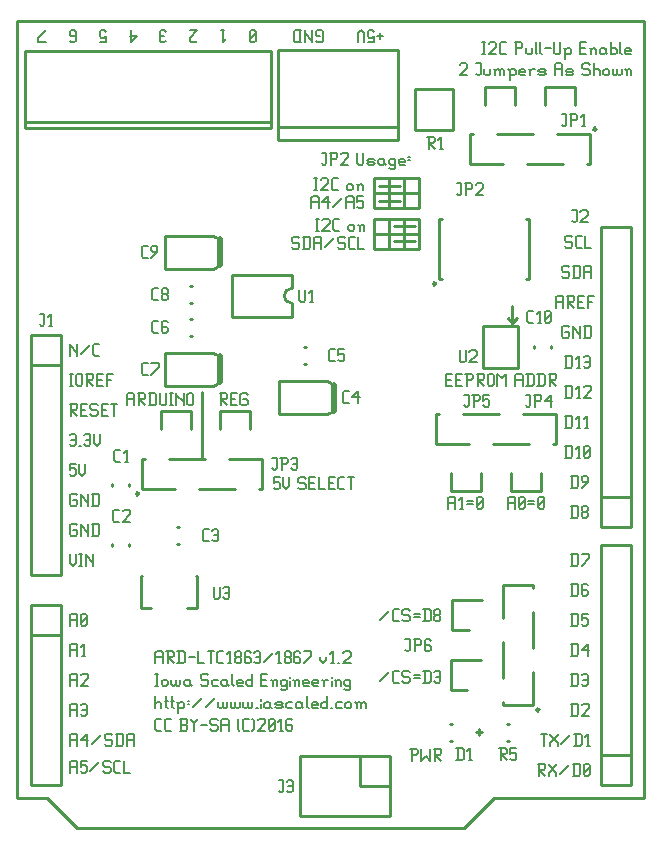
<source format=gbr>
G04 start of page 8 for group -4079 idx -4079 *
G04 Title: (unknown), topsilk *
G04 Creator: pcb 20140316 *
G04 CreationDate: Wed 30 Mar 2016 07:43:05 PM GMT UTC *
G04 For: ndholmes *
G04 Format: Gerber/RS-274X *
G04 PCB-Dimensions (mil): 2100.00 2700.00 *
G04 PCB-Coordinate-Origin: lower left *
%MOIN*%
%FSLAX25Y25*%
%LNTOPSILK*%
%ADD67C,0.0200*%
%ADD66C,0.0080*%
%ADD65C,0.0100*%
G54D65*X209500Y269500D02*Y10500D01*
X145000Y113000D02*Y119000D01*
X155000D02*Y113000D01*
X145000D02*X155000D01*
X165000D02*Y119000D01*
X175000D02*Y113000D01*
X165000D02*X175000D01*
X153500Y32500D02*X155500D01*
X154500Y33500D02*Y31500D01*
X500Y269500D02*X209500D01*
X48500Y139500D02*X58500D01*
X156500Y247500D02*X166500D01*
Y241500D01*
X176500D02*Y247500D01*
X186500D01*
Y241500D01*
X156500D02*Y247500D01*
X119500Y207100D02*X134500D01*
X121000Y214600D02*X128000D01*
X121000Y209600D02*X128000D01*
X134500Y203600D02*Y193600D01*
X129500Y203600D02*Y193600D01*
X126000Y201100D02*X133000D01*
X126000Y196100D02*X133000D01*
X124500Y203600D02*Y193600D01*
X119500Y203600D02*Y193600D01*
X500Y10500D02*Y269500D01*
X68000Y133500D02*Y139500D01*
X78000D02*Y133500D01*
X68000Y139500D02*X78000D01*
X62000Y146000D02*Y123500D01*
X48500Y133500D02*Y139500D01*
X58500D02*Y133500D01*
X165500Y169000D02*Y174500D01*
Y169000D02*X164000Y170500D01*
X165500Y169000D02*X167000Y170500D01*
X134500Y212100D02*X119500D01*
Y217100D02*X134500D01*
Y207100D01*
X129500Y217100D02*Y207100D01*
X119500Y193600D02*X134500D01*
Y198600D02*X119500D01*
X124500Y217100D02*Y207100D01*
X119500Y217100D02*Y207100D01*
Y203600D02*X134500D01*
X20500Y500D02*X10500Y10500D01*
X149500Y500D02*X20500D01*
X500Y10500D02*X10500D01*
X209500D02*X159500D01*
X149500Y500D01*
X151000Y66500D02*X145500D01*
Y76500D01*
X155500D01*
X150500Y46500D02*X145000D01*
Y56500D01*
X155000D01*
G54D66*X18000Y22500D02*Y19000D01*
Y22500D02*X18500Y23000D01*
X20000D01*
X20500Y22500D01*
Y19000D01*
X18000Y21000D02*X20500D01*
X21700Y23000D02*X23700D01*
X21700D02*Y21000D01*
X22200Y21500D01*
X23200D01*
X23700Y21000D01*
Y19500D01*
X23200Y19000D02*X23700Y19500D01*
X22200Y19000D02*X23200D01*
X21700Y19500D02*X22200Y19000D01*
X24900Y19500D02*X27900Y22500D01*
X31100Y23000D02*X31600Y22500D01*
X29600Y23000D02*X31100D01*
X29100Y22500D02*X29600Y23000D01*
X29100Y22500D02*Y21500D01*
X29600Y21000D01*
X31100D01*
X31600Y20500D01*
Y19500D01*
X31100Y19000D02*X31600Y19500D01*
X29600Y19000D02*X31100D01*
X29100Y19500D02*X29600Y19000D01*
X33300D02*X34800D01*
X32800Y19500D02*X33300Y19000D01*
X32800Y22500D02*Y19500D01*
Y22500D02*X33300Y23000D01*
X34800D01*
X36000D02*Y19000D01*
X38000D01*
X18000Y31500D02*Y28000D01*
Y31500D02*X18500Y32000D01*
X20000D01*
X20500Y31500D01*
Y28000D01*
X18000Y30000D02*X20500D01*
X21700D02*X23700Y32000D01*
X21700Y30000D02*X24200D01*
X23700Y32000D02*Y28000D01*
X25400Y28500D02*X28400Y31500D01*
X31600Y32000D02*X32100Y31500D01*
X30100Y32000D02*X31600D01*
X29600Y31500D02*X30100Y32000D01*
X29600Y31500D02*Y30500D01*
X30100Y30000D01*
X31600D01*
X32100Y29500D01*
Y28500D01*
X31600Y28000D02*X32100Y28500D01*
X30100Y28000D02*X31600D01*
X29600Y28500D02*X30100Y28000D01*
X33800Y32000D02*Y28000D01*
X35300Y32000D02*X35800Y31500D01*
Y28500D01*
X35300Y28000D02*X35800Y28500D01*
X33300Y28000D02*X35300D01*
X33300Y32000D02*X35300D01*
X37000Y31500D02*Y28000D01*
Y31500D02*X37500Y32000D01*
X39000D01*
X39500Y31500D01*
Y28000D01*
X37000Y30000D02*X39500D01*
X18000Y41500D02*Y38000D01*
Y41500D02*X18500Y42000D01*
X20000D01*
X20500Y41500D01*
Y38000D01*
X18000Y40000D02*X20500D01*
X21700Y41500D02*X22200Y42000D01*
X23200D01*
X23700Y41500D01*
Y38500D01*
X23200Y38000D02*X23700Y38500D01*
X22200Y38000D02*X23200D01*
X21700Y38500D02*X22200Y38000D01*
Y40000D02*X23700D01*
X18000Y51500D02*Y48000D01*
Y51500D02*X18500Y52000D01*
X20000D01*
X20500Y51500D01*
Y48000D01*
X18000Y50000D02*X20500D01*
X21700Y51500D02*X22200Y52000D01*
X23700D01*
X24200Y51500D01*
Y50500D01*
X21700Y48000D02*X24200Y50500D01*
X21700Y48000D02*X24200D01*
X18000Y61500D02*Y58000D01*
Y61500D02*X18500Y62000D01*
X20000D01*
X20500Y61500D01*
Y58000D01*
X18000Y60000D02*X20500D01*
X22200Y58000D02*X23200D01*
X22700Y62000D02*Y58000D01*
X21700Y61000D02*X22700Y62000D01*
X18000Y71500D02*Y68000D01*
Y71500D02*X18500Y72000D01*
X20000D01*
X20500Y71500D01*
Y68000D01*
X18000Y70000D02*X20500D01*
X21700Y68500D02*X22200Y68000D01*
X21700Y71500D02*Y68500D01*
Y71500D02*X22200Y72000D01*
X23200D01*
X23700Y71500D01*
Y68500D01*
X23200Y68000D02*X23700Y68500D01*
X22200Y68000D02*X23200D01*
X21700Y69000D02*X23700Y71000D01*
X18000Y92000D02*Y89000D01*
X19000Y88000D01*
X20000Y89000D01*
Y92000D02*Y89000D01*
X21200Y92000D02*X22200D01*
X21700D02*Y88000D01*
X21200D02*X22200D01*
X23400Y92000D02*Y88000D01*
Y92000D02*Y91500D01*
X25900Y89000D01*
Y92000D02*Y88000D01*
X20000Y102000D02*X20500Y101500D01*
X18500Y102000D02*X20000D01*
X18000Y101500D02*X18500Y102000D01*
X18000Y101500D02*Y98500D01*
X18500Y98000D01*
X20000D01*
X20500Y98500D01*
Y99500D02*Y98500D01*
X20000Y100000D02*X20500Y99500D01*
X19000Y100000D02*X20000D01*
X21700Y102000D02*Y98000D01*
Y102000D02*Y101500D01*
X24200Y99000D01*
Y102000D02*Y98000D01*
X25900Y102000D02*Y98000D01*
X27400Y102000D02*X27900Y101500D01*
Y98500D01*
X27400Y98000D02*X27900Y98500D01*
X25400Y98000D02*X27400D01*
X25400Y102000D02*X27400D01*
X20000Y112000D02*X20500Y111500D01*
X18500Y112000D02*X20000D01*
X18000Y111500D02*X18500Y112000D01*
X18000Y111500D02*Y108500D01*
X18500Y108000D01*
X20000D01*
X20500Y108500D01*
Y109500D02*Y108500D01*
X20000Y110000D02*X20500Y109500D01*
X19000Y110000D02*X20000D01*
X21700Y112000D02*Y108000D01*
Y112000D02*Y111500D01*
X24200Y109000D01*
Y112000D02*Y108000D01*
X25900Y112000D02*Y108000D01*
X27400Y112000D02*X27900Y111500D01*
Y108500D01*
X27400Y108000D02*X27900Y108500D01*
X25400Y108000D02*X27400D01*
X25400Y112000D02*X27400D01*
X185500Y108000D02*Y104000D01*
X187000Y108000D02*X187500Y107500D01*
Y104500D01*
X187000Y104000D02*X187500Y104500D01*
X185000Y104000D02*X187000D01*
X185000Y108000D02*X187000D01*
X188700Y104500D02*X189200Y104000D01*
X188700Y105500D02*Y104500D01*
Y105500D02*X189200Y106000D01*
X190200D01*
X190700Y105500D01*
Y104500D01*
X190200Y104000D02*X190700Y104500D01*
X189200Y104000D02*X190200D01*
X188700Y106500D02*X189200Y106000D01*
X188700Y107500D02*Y106500D01*
Y107500D02*X189200Y108000D01*
X190200D01*
X190700Y107500D01*
Y106500D01*
X190200Y106000D02*X190700Y106500D01*
X183500Y138000D02*Y134000D01*
X185000Y138000D02*X185500Y137500D01*
Y134500D01*
X185000Y134000D02*X185500Y134500D01*
X183000Y134000D02*X185000D01*
X183000Y138000D02*X185000D01*
X187200Y134000D02*X188200D01*
X187700Y138000D02*Y134000D01*
X186700Y137000D02*X187700Y138000D01*
X189900Y134000D02*X190900D01*
X190400Y138000D02*Y134000D01*
X189400Y137000D02*X190400Y138000D01*
X183500Y128000D02*Y124000D01*
X185000Y128000D02*X185500Y127500D01*
Y124500D01*
X185000Y124000D02*X185500Y124500D01*
X183000Y124000D02*X185000D01*
X183000Y128000D02*X185000D01*
X187200Y124000D02*X188200D01*
X187700Y128000D02*Y124000D01*
X186700Y127000D02*X187700Y128000D01*
X189400Y124500D02*X189900Y124000D01*
X189400Y127500D02*Y124500D01*
Y127500D02*X189900Y128000D01*
X190900D01*
X191400Y127500D01*
Y124500D01*
X190900Y124000D02*X191400Y124500D01*
X189900Y124000D02*X190900D01*
X189400Y125000D02*X191400Y127000D01*
X185500Y118000D02*Y114000D01*
X187000Y118000D02*X187500Y117500D01*
Y114500D01*
X187000Y114000D02*X187500Y114500D01*
X185000Y114000D02*X187000D01*
X185000Y118000D02*X187000D01*
X188700Y114000D02*X190700Y116000D01*
Y117500D02*Y116000D01*
X190200Y118000D02*X190700Y117500D01*
X189200Y118000D02*X190200D01*
X188700Y117500D02*X189200Y118000D01*
X188700Y117500D02*Y116500D01*
X189200Y116000D01*
X190700D01*
X185500Y52000D02*Y48000D01*
X187000Y52000D02*X187500Y51500D01*
Y48500D01*
X187000Y48000D02*X187500Y48500D01*
X185000Y48000D02*X187000D01*
X185000Y52000D02*X187000D01*
X188700Y51500D02*X189200Y52000D01*
X190200D01*
X190700Y51500D01*
Y48500D01*
X190200Y48000D02*X190700Y48500D01*
X189200Y48000D02*X190200D01*
X188700Y48500D02*X189200Y48000D01*
Y50000D02*X190700D01*
X185500Y62000D02*Y58000D01*
X187000Y62000D02*X187500Y61500D01*
Y58500D01*
X187000Y58000D02*X187500Y58500D01*
X185000Y58000D02*X187000D01*
X185000Y62000D02*X187000D01*
X188700Y60000D02*X190700Y62000D01*
X188700Y60000D02*X191200D01*
X190700Y62000D02*Y58000D01*
X121500Y49500D02*X124500Y52500D01*
X126200Y49000D02*X127700D01*
X125700Y49500D02*X126200Y49000D01*
X125700Y52500D02*Y49500D01*
Y52500D02*X126200Y53000D01*
X127700D01*
X130900D02*X131400Y52500D01*
X129400Y53000D02*X130900D01*
X128900Y52500D02*X129400Y53000D01*
X128900Y52500D02*Y51500D01*
X129400Y51000D01*
X130900D01*
X131400Y50500D01*
Y49500D01*
X130900Y49000D02*X131400Y49500D01*
X129400Y49000D02*X130900D01*
X128900Y49500D02*X129400Y49000D01*
X132600Y51500D02*X134600D01*
X132600Y50500D02*X134600D01*
X136300Y53000D02*Y49000D01*
X137800Y53000D02*X138300Y52500D01*
Y49500D01*
X137800Y49000D02*X138300Y49500D01*
X135800Y49000D02*X137800D01*
X135800Y53000D02*X137800D01*
X139500Y52500D02*X140000Y53000D01*
X141000D01*
X141500Y52500D01*
Y49500D01*
X141000Y49000D02*X141500Y49500D01*
X140000Y49000D02*X141000D01*
X139500Y49500D02*X140000Y49000D01*
Y51000D02*X141500D01*
X185500Y42000D02*Y38000D01*
X187000Y42000D02*X187500Y41500D01*
Y38500D01*
X187000Y38000D02*X187500Y38500D01*
X185000Y38000D02*X187000D01*
X185000Y42000D02*X187000D01*
X188700Y41500D02*X189200Y42000D01*
X190700D01*
X191200Y41500D01*
Y40500D01*
X188700Y38000D02*X191200Y40500D01*
X188700Y38000D02*X191200D01*
X174000Y22000D02*X176000D01*
X176500Y21500D01*
Y20500D01*
X176000Y20000D02*X176500Y20500D01*
X174500Y20000D02*X176000D01*
X174500Y22000D02*Y18000D01*
Y20000D02*X176500Y18000D01*
X177700Y22000D02*Y21500D01*
X180200Y19000D01*
Y18000D01*
X177700Y19000D02*Y18000D01*
Y19000D02*X180200Y21500D01*
Y22000D02*Y21500D01*
X181400Y18500D02*X184400Y21500D01*
X186100Y22000D02*Y18000D01*
X187600Y22000D02*X188100Y21500D01*
Y18500D01*
X187600Y18000D02*X188100Y18500D01*
X185600Y18000D02*X187600D01*
X185600Y22000D02*X187600D01*
X189300Y18500D02*X189800Y18000D01*
X189300Y21500D02*Y18500D01*
Y21500D02*X189800Y22000D01*
X190800D01*
X191300Y21500D01*
Y18500D01*
X190800Y18000D02*X191300Y18500D01*
X189800Y18000D02*X190800D01*
X189300Y19000D02*X191300Y21000D01*
X175000Y32000D02*X177000D01*
X176000D02*Y28000D01*
X178200Y32000D02*Y31500D01*
X180700Y29000D01*
Y28000D01*
X178200Y29000D02*Y28000D01*
Y29000D02*X180700Y31500D01*
Y32000D02*Y31500D01*
X181900Y28500D02*X184900Y31500D01*
X186600Y32000D02*Y28000D01*
X188100Y32000D02*X188600Y31500D01*
Y28500D01*
X188100Y28000D02*X188600Y28500D01*
X186100Y28000D02*X188100D01*
X186100Y32000D02*X188100D01*
X190300Y28000D02*X191300D01*
X190800Y32000D02*Y28000D01*
X189800Y31000D02*X190800Y32000D01*
X132000Y27000D02*Y23000D01*
X131500Y27000D02*X133500D01*
X134000Y26500D01*
Y25500D01*
X133500Y25000D02*X134000Y25500D01*
X132000Y25000D02*X133500D01*
X135200Y27000D02*Y23000D01*
X136700Y24500D01*
X138200Y23000D01*
Y27000D02*Y23000D01*
X139400Y27000D02*X141400D01*
X141900Y26500D01*
Y25500D01*
X141400Y25000D02*X141900Y25500D01*
X139900Y25000D02*X141400D01*
X139900Y27000D02*Y23000D01*
Y25000D02*X141900Y23000D01*
X185500Y92000D02*Y88000D01*
X187000Y92000D02*X187500Y91500D01*
Y88500D01*
X187000Y88000D02*X187500Y88500D01*
X185000Y88000D02*X187000D01*
X185000Y92000D02*X187000D01*
X188700Y88000D02*X191200Y90500D01*
Y92000D02*Y90500D01*
X188700Y92000D02*X191200D01*
X144000Y110500D02*Y107000D01*
Y110500D02*X144500Y111000D01*
X146000D01*
X146500Y110500D01*
Y107000D01*
X144000Y109000D02*X146500D01*
X148200Y107000D02*X149200D01*
X148700Y111000D02*Y107000D01*
X147700Y110000D02*X148700Y111000D01*
X150400Y109500D02*X152400D01*
X150400Y108500D02*X152400D01*
X153600Y107500D02*X154100Y107000D01*
X153600Y110500D02*Y107500D01*
Y110500D02*X154100Y111000D01*
X155100D01*
X155600Y110500D01*
Y107500D01*
X155100Y107000D02*X155600Y107500D01*
X154100Y107000D02*X155100D01*
X153600Y108000D02*X155600Y110000D01*
X164000Y110500D02*Y107000D01*
Y110500D02*X164500Y111000D01*
X166000D01*
X166500Y110500D01*
Y107000D01*
X164000Y109000D02*X166500D01*
X167700Y107500D02*X168200Y107000D01*
X167700Y110500D02*Y107500D01*
Y110500D02*X168200Y111000D01*
X169200D01*
X169700Y110500D01*
Y107500D01*
X169200Y107000D02*X169700Y107500D01*
X168200Y107000D02*X169200D01*
X167700Y108000D02*X169700Y110000D01*
X170900Y109500D02*X172900D01*
X170900Y108500D02*X172900D01*
X174100Y107500D02*X174600Y107000D01*
X174100Y110500D02*Y107500D01*
Y110500D02*X174600Y111000D01*
X175600D01*
X176100Y110500D01*
Y107500D01*
X175600Y107000D02*X176100Y107500D01*
X174600Y107000D02*X175600D01*
X174100Y108000D02*X176100Y110000D01*
X143500Y150000D02*X145000D01*
X143500Y148000D02*X145500D01*
X143500Y152000D02*Y148000D01*
Y152000D02*X145500D01*
X146700Y150000D02*X148200D01*
X146700Y148000D02*X148700D01*
X146700Y152000D02*Y148000D01*
Y152000D02*X148700D01*
X150400D02*Y148000D01*
X149900Y152000D02*X151900D01*
X152400Y151500D01*
Y150500D01*
X151900Y150000D02*X152400Y150500D01*
X150400Y150000D02*X151900D01*
X153600Y152000D02*X155600D01*
X156100Y151500D01*
Y150500D01*
X155600Y150000D02*X156100Y150500D01*
X154100Y150000D02*X155600D01*
X154100Y152000D02*Y148000D01*
Y150000D02*X156100Y148000D01*
X157300Y151500D02*Y148500D01*
Y151500D02*X157800Y152000D01*
X158800D01*
X159300Y151500D01*
Y148500D01*
X158800Y148000D02*X159300Y148500D01*
X157800Y148000D02*X158800D01*
X157300Y148500D02*X157800Y148000D01*
X160500Y152000D02*Y148000D01*
Y152000D02*X162000Y150500D01*
X163500Y152000D01*
Y148000D01*
X166500Y151500D02*Y148000D01*
Y151500D02*X167000Y152000D01*
X168500D01*
X169000Y151500D01*
Y148000D01*
X166500Y150000D02*X169000D01*
X170700Y152000D02*Y148000D01*
X172200Y152000D02*X172700Y151500D01*
Y148500D01*
X172200Y148000D02*X172700Y148500D01*
X170200Y148000D02*X172200D01*
X170200Y152000D02*X172200D01*
X174400D02*Y148000D01*
X175900Y152000D02*X176400Y151500D01*
Y148500D01*
X175900Y148000D02*X176400Y148500D01*
X173900Y148000D02*X175900D01*
X173900Y152000D02*X175900D01*
X177600D02*X179600D01*
X180100Y151500D01*
Y150500D01*
X179600Y150000D02*X180100Y150500D01*
X178100Y150000D02*X179600D01*
X178100Y152000D02*Y148000D01*
Y150000D02*X180100Y148000D01*
X170000Y145000D02*X171500D01*
Y141500D01*
X171000Y141000D02*X171500Y141500D01*
X170500Y141000D02*X171000D01*
X170000Y141500D02*X170500Y141000D01*
X173200Y145000D02*Y141000D01*
X172700Y145000D02*X174700D01*
X175200Y144500D01*
Y143500D01*
X174700Y143000D02*X175200Y143500D01*
X173200Y143000D02*X174700D01*
X176400D02*X178400Y145000D01*
X176400Y143000D02*X178900D01*
X178400Y145000D02*Y141000D01*
X149500Y145000D02*X151000D01*
Y141500D01*
X150500Y141000D02*X151000Y141500D01*
X150000Y141000D02*X150500D01*
X149500Y141500D02*X150000Y141000D01*
X152700Y145000D02*Y141000D01*
X152200Y145000D02*X154200D01*
X154700Y144500D01*
Y143500D01*
X154200Y143000D02*X154700Y143500D01*
X152700Y143000D02*X154200D01*
X155900Y145000D02*X157900D01*
X155900D02*Y143000D01*
X156400Y143500D01*
X157400D01*
X157900Y143000D01*
Y141500D01*
X157400Y141000D02*X157900Y141500D01*
X156400Y141000D02*X157400D01*
X155900Y141500D02*X156400Y141000D01*
X185500Y82000D02*Y78000D01*
X187000Y82000D02*X187500Y81500D01*
Y78500D01*
X187000Y78000D02*X187500Y78500D01*
X185000Y78000D02*X187000D01*
X185000Y82000D02*X187000D01*
X190200D02*X190700Y81500D01*
X189200Y82000D02*X190200D01*
X188700Y81500D02*X189200Y82000D01*
X188700Y81500D02*Y78500D01*
X189200Y78000D01*
X190200Y80000D02*X190700Y79500D01*
X188700Y80000D02*X190200D01*
X189200Y78000D02*X190200D01*
X190700Y78500D01*
Y79500D02*Y78500D01*
X185500Y72000D02*Y68000D01*
X187000Y72000D02*X187500Y71500D01*
Y68500D01*
X187000Y68000D02*X187500Y68500D01*
X185000Y68000D02*X187000D01*
X185000Y72000D02*X187000D01*
X188700D02*X190700D01*
X188700D02*Y70000D01*
X189200Y70500D01*
X190200D01*
X190700Y70000D01*
Y68500D01*
X190200Y68000D02*X190700Y68500D01*
X189200Y68000D02*X190200D01*
X188700Y68500D02*X189200Y68000D01*
X121500Y70000D02*X124500Y73000D01*
X126200Y69500D02*X127700D01*
X125700Y70000D02*X126200Y69500D01*
X125700Y73000D02*Y70000D01*
Y73000D02*X126200Y73500D01*
X127700D01*
X130900D02*X131400Y73000D01*
X129400Y73500D02*X130900D01*
X128900Y73000D02*X129400Y73500D01*
X128900Y73000D02*Y72000D01*
X129400Y71500D01*
X130900D01*
X131400Y71000D01*
Y70000D01*
X130900Y69500D02*X131400Y70000D01*
X129400Y69500D02*X130900D01*
X128900Y70000D02*X129400Y69500D01*
X132600Y72000D02*X134600D01*
X132600Y71000D02*X134600D01*
X136300Y73500D02*Y69500D01*
X137800Y73500D02*X138300Y73000D01*
Y70000D01*
X137800Y69500D02*X138300Y70000D01*
X135800Y69500D02*X137800D01*
X135800Y73500D02*X137800D01*
X139500Y70000D02*X140000Y69500D01*
X139500Y71000D02*Y70000D01*
Y71000D02*X140000Y71500D01*
X141000D01*
X141500Y71000D01*
Y70000D01*
X141000Y69500D02*X141500Y70000D01*
X140000Y69500D02*X141000D01*
X139500Y72000D02*X140000Y71500D01*
X139500Y73000D02*Y72000D01*
Y73000D02*X140000Y73500D01*
X141000D01*
X141500Y73000D01*
Y72000D01*
X141000Y71500D02*X141500Y72000D01*
X18000Y122000D02*X20000D01*
X18000D02*Y120000D01*
X18500Y120500D01*
X19500D01*
X20000Y120000D01*
Y118500D01*
X19500Y118000D02*X20000Y118500D01*
X18500Y118000D02*X19500D01*
X18000Y118500D02*X18500Y118000D01*
X21200Y122000D02*Y119000D01*
X22200Y118000D01*
X23200Y119000D01*
Y122000D02*Y119000D01*
X86000Y117500D02*X88000D01*
X86000D02*Y115500D01*
X86500Y116000D01*
X87500D01*
X88000Y115500D01*
Y114000D01*
X87500Y113500D02*X88000Y114000D01*
X86500Y113500D02*X87500D01*
X86000Y114000D02*X86500Y113500D01*
X89200Y117500D02*Y114500D01*
X90200Y113500D01*
X91200Y114500D01*
Y117500D02*Y114500D01*
X96200Y117500D02*X96700Y117000D01*
X94700Y117500D02*X96200D01*
X94200Y117000D02*X94700Y117500D01*
X94200Y117000D02*Y116000D01*
X94700Y115500D01*
X96200D01*
X96700Y115000D01*
Y114000D01*
X96200Y113500D02*X96700Y114000D01*
X94700Y113500D02*X96200D01*
X94200Y114000D02*X94700Y113500D01*
X97900Y115500D02*X99400D01*
X97900Y113500D02*X99900D01*
X97900Y117500D02*Y113500D01*
Y117500D02*X99900D01*
X101100D02*Y113500D01*
X103100D01*
X104300Y115500D02*X105800D01*
X104300Y113500D02*X106300D01*
X104300Y117500D02*Y113500D01*
Y117500D02*X106300D01*
X108000Y113500D02*X109500D01*
X107500Y114000D02*X108000Y113500D01*
X107500Y117000D02*Y114000D01*
Y117000D02*X108000Y117500D01*
X109500D01*
X110700D02*X112700D01*
X111700D02*Y113500D01*
X46500Y59000D02*Y55500D01*
Y59000D02*X47000Y59500D01*
X48500D01*
X49000Y59000D01*
Y55500D01*
X46500Y57500D02*X49000D01*
X50200Y59500D02*X52200D01*
X52700Y59000D01*
Y58000D01*
X52200Y57500D02*X52700Y58000D01*
X50700Y57500D02*X52200D01*
X50700Y59500D02*Y55500D01*
Y57500D02*X52700Y55500D01*
X54400Y59500D02*Y55500D01*
X55900Y59500D02*X56400Y59000D01*
Y56000D01*
X55900Y55500D02*X56400Y56000D01*
X53900Y55500D02*X55900D01*
X53900Y59500D02*X55900D01*
X57600Y57500D02*X59600D01*
X60800Y59500D02*Y55500D01*
X62800D01*
X64000Y59500D02*X66000D01*
X65000D02*Y55500D01*
X67700D02*X69200D01*
X67200Y56000D02*X67700Y55500D01*
X67200Y59000D02*Y56000D01*
Y59000D02*X67700Y59500D01*
X69200D01*
X70900Y55500D02*X71900D01*
X71400Y59500D02*Y55500D01*
X70400Y58500D02*X71400Y59500D01*
X73100Y56000D02*X73600Y55500D01*
X73100Y57000D02*Y56000D01*
Y57000D02*X73600Y57500D01*
X74600D01*
X75100Y57000D01*
Y56000D01*
X74600Y55500D02*X75100Y56000D01*
X73600Y55500D02*X74600D01*
X73100Y58000D02*X73600Y57500D01*
X73100Y59000D02*Y58000D01*
Y59000D02*X73600Y59500D01*
X74600D01*
X75100Y59000D01*
Y58000D01*
X74600Y57500D02*X75100Y58000D01*
X77800Y59500D02*X78300Y59000D01*
X76800Y59500D02*X77800D01*
X76300Y59000D02*X76800Y59500D01*
X76300Y59000D02*Y56000D01*
X76800Y55500D01*
X77800Y57500D02*X78300Y57000D01*
X76300Y57500D02*X77800D01*
X76800Y55500D02*X77800D01*
X78300Y56000D01*
Y57000D02*Y56000D01*
X79500Y59000D02*X80000Y59500D01*
X81000D01*
X81500Y59000D01*
Y56000D01*
X81000Y55500D02*X81500Y56000D01*
X80000Y55500D02*X81000D01*
X79500Y56000D02*X80000Y55500D01*
Y57500D02*X81500D01*
X82700Y56000D02*X85700Y59000D01*
X87400Y55500D02*X88400D01*
X87900Y59500D02*Y55500D01*
X86900Y58500D02*X87900Y59500D01*
X89600Y56000D02*X90100Y55500D01*
X89600Y57000D02*Y56000D01*
Y57000D02*X90100Y57500D01*
X91100D01*
X91600Y57000D01*
Y56000D01*
X91100Y55500D02*X91600Y56000D01*
X90100Y55500D02*X91100D01*
X89600Y58000D02*X90100Y57500D01*
X89600Y59000D02*Y58000D01*
Y59000D02*X90100Y59500D01*
X91100D01*
X91600Y59000D01*
Y58000D01*
X91100Y57500D02*X91600Y58000D01*
X94300Y59500D02*X94800Y59000D01*
X93300Y59500D02*X94300D01*
X92800Y59000D02*X93300Y59500D01*
X92800Y59000D02*Y56000D01*
X93300Y55500D01*
X94300Y57500D02*X94800Y57000D01*
X92800Y57500D02*X94300D01*
X93300Y55500D02*X94300D01*
X94800Y56000D01*
Y57000D02*Y56000D01*
X96000Y55500D02*X98500Y58000D01*
Y59500D02*Y58000D01*
X96000Y59500D02*X98500D01*
X101500Y57500D02*Y56500D01*
X102500Y55500D01*
X103500Y56500D01*
Y57500D02*Y56500D01*
X105200Y55500D02*X106200D01*
X105700Y59500D02*Y55500D01*
X104700Y58500D02*X105700Y59500D01*
X107400Y55500D02*X107900D01*
X109100Y59000D02*X109600Y59500D01*
X111100D01*
X111600Y59000D01*
Y58000D01*
X109100Y55500D02*X111600Y58000D01*
X109100Y55500D02*X111600D01*
X46500Y52000D02*X47500D01*
X47000D02*Y48000D01*
X46500D02*X47500D01*
X48700Y49500D02*Y48500D01*
Y49500D02*X49200Y50000D01*
X50200D01*
X50700Y49500D01*
Y48500D01*
X50200Y48000D02*X50700Y48500D01*
X49200Y48000D02*X50200D01*
X48700Y48500D02*X49200Y48000D01*
X51900Y50000D02*Y48500D01*
X52400Y48000D01*
X52900D01*
X53400Y48500D01*
Y50000D02*Y48500D01*
X53900Y48000D01*
X54400D01*
X54900Y48500D01*
Y50000D02*Y48500D01*
X57600Y50000D02*X58100Y49500D01*
X56600Y50000D02*X57600D01*
X56100Y49500D02*X56600Y50000D01*
X56100Y49500D02*Y48500D01*
X56600Y48000D01*
X58100Y50000D02*Y48500D01*
X58600Y48000D01*
X56600D02*X57600D01*
X58100Y48500D01*
X63600Y52000D02*X64100Y51500D01*
X62100Y52000D02*X63600D01*
X61600Y51500D02*X62100Y52000D01*
X61600Y51500D02*Y50500D01*
X62100Y50000D01*
X63600D01*
X64100Y49500D01*
Y48500D01*
X63600Y48000D02*X64100Y48500D01*
X62100Y48000D02*X63600D01*
X61600Y48500D02*X62100Y48000D01*
X65800Y50000D02*X67300D01*
X65300Y49500D02*X65800Y50000D01*
X65300Y49500D02*Y48500D01*
X65800Y48000D01*
X67300D01*
X70000Y50000D02*X70500Y49500D01*
X69000Y50000D02*X70000D01*
X68500Y49500D02*X69000Y50000D01*
X68500Y49500D02*Y48500D01*
X69000Y48000D01*
X70500Y50000D02*Y48500D01*
X71000Y48000D01*
X69000D02*X70000D01*
X70500Y48500D01*
X72200Y52000D02*Y48500D01*
X72700Y48000D01*
X74200D02*X75700D01*
X73700Y48500D02*X74200Y48000D01*
X73700Y49500D02*Y48500D01*
Y49500D02*X74200Y50000D01*
X75200D01*
X75700Y49500D01*
X73700Y49000D02*X75700D01*
Y49500D02*Y49000D01*
X78900Y52000D02*Y48000D01*
X78400D02*X78900Y48500D01*
X77400Y48000D02*X78400D01*
X76900Y48500D02*X77400Y48000D01*
X76900Y49500D02*Y48500D01*
Y49500D02*X77400Y50000D01*
X78400D01*
X78900Y49500D01*
X81900Y50000D02*X83400D01*
X81900Y48000D02*X83900D01*
X81900Y52000D02*Y48000D01*
Y52000D02*X83900D01*
X85600Y49500D02*Y48000D01*
Y49500D02*X86100Y50000D01*
X86600D01*
X87100Y49500D01*
Y48000D01*
X85100Y50000D02*X85600Y49500D01*
X89800Y50000D02*X90300Y49500D01*
X88800Y50000D02*X89800D01*
X88300Y49500D02*X88800Y50000D01*
X88300Y49500D02*Y48500D01*
X88800Y48000D01*
X89800D01*
X90300Y48500D01*
X88300Y47000D02*X88800Y46500D01*
X89800D01*
X90300Y47000D01*
Y50000D02*Y47000D01*
X91500Y51000D02*Y50500D01*
Y49500D02*Y48000D01*
X93000Y49500D02*Y48000D01*
Y49500D02*X93500Y50000D01*
X94000D01*
X94500Y49500D01*
Y48000D01*
X92500Y50000D02*X93000Y49500D01*
X96200Y48000D02*X97700D01*
X95700Y48500D02*X96200Y48000D01*
X95700Y49500D02*Y48500D01*
Y49500D02*X96200Y50000D01*
X97200D01*
X97700Y49500D01*
X95700Y49000D02*X97700D01*
Y49500D02*Y49000D01*
X99400Y48000D02*X100900D01*
X98900Y48500D02*X99400Y48000D01*
X98900Y49500D02*Y48500D01*
Y49500D02*X99400Y50000D01*
X100400D01*
X100900Y49500D01*
X98900Y49000D02*X100900D01*
Y49500D02*Y49000D01*
X102600Y49500D02*Y48000D01*
Y49500D02*X103100Y50000D01*
X104100D01*
X102100D02*X102600Y49500D01*
X105300Y51000D02*Y50500D01*
Y49500D02*Y48000D01*
X106800Y49500D02*Y48000D01*
Y49500D02*X107300Y50000D01*
X107800D01*
X108300Y49500D01*
Y48000D01*
X106300Y50000D02*X106800Y49500D01*
X111000Y50000D02*X111500Y49500D01*
X110000Y50000D02*X111000D01*
X109500Y49500D02*X110000Y50000D01*
X109500Y49500D02*Y48500D01*
X110000Y48000D01*
X111000D01*
X111500Y48500D01*
X109500Y47000D02*X110000Y46500D01*
X111000D01*
X111500Y47000D01*
Y50000D02*Y47000D01*
X46500Y44500D02*Y40500D01*
Y42000D02*X47000Y42500D01*
X48000D01*
X48500Y42000D01*
Y40500D01*
X50200Y44500D02*Y41000D01*
X50700Y40500D01*
X49700Y43000D02*X50700D01*
X52200Y44500D02*Y41000D01*
X52700Y40500D01*
X51700Y43000D02*X52700D01*
X54200Y42000D02*Y39000D01*
X53700Y42500D02*X54200Y42000D01*
X54700Y42500D01*
X55700D01*
X56200Y42000D01*
Y41000D01*
X55700Y40500D02*X56200Y41000D01*
X54700Y40500D02*X55700D01*
X54200Y41000D02*X54700Y40500D01*
X57400Y43000D02*X57900D01*
X57400Y42000D02*X57900D01*
X59100Y41000D02*X62100Y44000D01*
X63300Y41000D02*X66300Y44000D01*
X67500Y42500D02*Y41000D01*
X68000Y40500D01*
X68500D01*
X69000Y41000D01*
Y42500D02*Y41000D01*
X69500Y40500D01*
X70000D01*
X70500Y41000D01*
Y42500D02*Y41000D01*
X71700Y42500D02*Y41000D01*
X72200Y40500D01*
X72700D01*
X73200Y41000D01*
Y42500D02*Y41000D01*
X73700Y40500D01*
X74200D01*
X74700Y41000D01*
Y42500D02*Y41000D01*
X75900Y42500D02*Y41000D01*
X76400Y40500D01*
X76900D01*
X77400Y41000D01*
Y42500D02*Y41000D01*
X77900Y40500D01*
X78400D01*
X78900Y41000D01*
Y42500D02*Y41000D01*
X80100Y40500D02*X80600D01*
X81800Y43500D02*Y43000D01*
Y42000D02*Y40500D01*
X84300Y42500D02*X84800Y42000D01*
X83300Y42500D02*X84300D01*
X82800Y42000D02*X83300Y42500D01*
X82800Y42000D02*Y41000D01*
X83300Y40500D01*
X84800Y42500D02*Y41000D01*
X85300Y40500D01*
X83300D02*X84300D01*
X84800Y41000D01*
X87000Y40500D02*X88500D01*
X89000Y41000D01*
X88500Y41500D02*X89000Y41000D01*
X87000Y41500D02*X88500D01*
X86500Y42000D02*X87000Y41500D01*
X86500Y42000D02*X87000Y42500D01*
X88500D01*
X89000Y42000D01*
X86500Y41000D02*X87000Y40500D01*
X90700Y42500D02*X92200D01*
X90200Y42000D02*X90700Y42500D01*
X90200Y42000D02*Y41000D01*
X90700Y40500D01*
X92200D01*
X94900Y42500D02*X95400Y42000D01*
X93900Y42500D02*X94900D01*
X93400Y42000D02*X93900Y42500D01*
X93400Y42000D02*Y41000D01*
X93900Y40500D01*
X95400Y42500D02*Y41000D01*
X95900Y40500D01*
X93900D02*X94900D01*
X95400Y41000D01*
X97100Y44500D02*Y41000D01*
X97600Y40500D01*
X99100D02*X100600D01*
X98600Y41000D02*X99100Y40500D01*
X98600Y42000D02*Y41000D01*
Y42000D02*X99100Y42500D01*
X100100D01*
X100600Y42000D01*
X98600Y41500D02*X100600D01*
Y42000D02*Y41500D01*
X103800Y44500D02*Y40500D01*
X103300D02*X103800Y41000D01*
X102300Y40500D02*X103300D01*
X101800Y41000D02*X102300Y40500D01*
X101800Y42000D02*Y41000D01*
Y42000D02*X102300Y42500D01*
X103300D01*
X103800Y42000D01*
X105000Y40500D02*X105500D01*
X107200Y42500D02*X108700D01*
X106700Y42000D02*X107200Y42500D01*
X106700Y42000D02*Y41000D01*
X107200Y40500D01*
X108700D01*
X109900Y42000D02*Y41000D01*
Y42000D02*X110400Y42500D01*
X111400D01*
X111900Y42000D01*
Y41000D01*
X111400Y40500D02*X111900Y41000D01*
X110400Y40500D02*X111400D01*
X109900Y41000D02*X110400Y40500D01*
X113600Y42000D02*Y40500D01*
Y42000D02*X114100Y42500D01*
X114600D01*
X115100Y42000D01*
Y40500D01*
Y42000D02*X115600Y42500D01*
X116100D01*
X116600Y42000D01*
Y40500D01*
X113100Y42500D02*X113600Y42000D01*
X47000Y33000D02*X48500D01*
X46500Y33500D02*X47000Y33000D01*
X46500Y36500D02*Y33500D01*
Y36500D02*X47000Y37000D01*
X48500D01*
X50200Y33000D02*X51700D01*
X49700Y33500D02*X50200Y33000D01*
X49700Y36500D02*Y33500D01*
Y36500D02*X50200Y37000D01*
X51700D01*
X54700Y33000D02*X56700D01*
X57200Y33500D01*
Y34500D02*Y33500D01*
X56700Y35000D02*X57200Y34500D01*
X55200Y35000D02*X56700D01*
X55200Y37000D02*Y33000D01*
X54700Y37000D02*X56700D01*
X57200Y36500D01*
Y35500D01*
X56700Y35000D02*X57200Y35500D01*
X58400Y37000D02*Y36500D01*
X59400Y35500D01*
X60400Y36500D01*
Y37000D02*Y36500D01*
X59400Y35500D02*Y33000D01*
X61600Y35000D02*X63600D01*
X66800Y37000D02*X67300Y36500D01*
X65300Y37000D02*X66800D01*
X64800Y36500D02*X65300Y37000D01*
X64800Y36500D02*Y35500D01*
X65300Y35000D01*
X66800D01*
X67300Y34500D01*
Y33500D01*
X66800Y33000D02*X67300Y33500D01*
X65300Y33000D02*X66800D01*
X64800Y33500D02*X65300Y33000D01*
X68500Y36500D02*Y33000D01*
Y36500D02*X69000Y37000D01*
X70500D01*
X71000Y36500D01*
Y33000D01*
X68500Y35000D02*X71000D01*
X74000Y33500D02*X74500Y33000D01*
X74000Y36500D02*X74500Y37000D01*
X74000Y36500D02*Y33500D01*
X76200Y33000D02*X77700D01*
X75700Y33500D02*X76200Y33000D01*
X75700Y36500D02*Y33500D01*
Y36500D02*X76200Y37000D01*
X77700D01*
X78900D02*X79400Y36500D01*
Y33500D01*
X78900Y33000D02*X79400Y33500D01*
X80600Y36500D02*X81100Y37000D01*
X82600D01*
X83100Y36500D01*
Y35500D01*
X80600Y33000D02*X83100Y35500D01*
X80600Y33000D02*X83100D01*
X84300Y33500D02*X84800Y33000D01*
X84300Y36500D02*Y33500D01*
Y36500D02*X84800Y37000D01*
X85800D01*
X86300Y36500D01*
Y33500D01*
X85800Y33000D02*X86300Y33500D01*
X84800Y33000D02*X85800D01*
X84300Y34000D02*X86300Y36000D01*
X88000Y33000D02*X89000D01*
X88500Y37000D02*Y33000D01*
X87500Y36000D02*X88500Y37000D01*
X91700D02*X92200Y36500D01*
X90700Y37000D02*X91700D01*
X90200Y36500D02*X90700Y37000D01*
X90200Y36500D02*Y33500D01*
X90700Y33000D01*
X91700Y35000D02*X92200Y34500D01*
X90200Y35000D02*X91700D01*
X90700Y33000D02*X91700D01*
X92200Y33500D01*
Y34500D02*Y33500D01*
X18000Y131500D02*X18500Y132000D01*
X19500D01*
X20000Y131500D01*
Y128500D01*
X19500Y128000D02*X20000Y128500D01*
X18500Y128000D02*X19500D01*
X18000Y128500D02*X18500Y128000D01*
Y130000D02*X20000D01*
X21200Y128000D02*X21700D01*
X22900Y131500D02*X23400Y132000D01*
X24400D01*
X24900Y131500D01*
Y128500D01*
X24400Y128000D02*X24900Y128500D01*
X23400Y128000D02*X24400D01*
X22900Y128500D02*X23400Y128000D01*
Y130000D02*X24900D01*
X26100Y132000D02*Y129000D01*
X27100Y128000D01*
X28100Y129000D01*
Y132000D02*Y129000D01*
X18000Y152000D02*X19000D01*
X18500D02*Y148000D01*
X18000D02*X19000D01*
X20200Y151500D02*Y148500D01*
Y151500D02*X20700Y152000D01*
X21700D01*
X22200Y151500D01*
Y148500D01*
X21700Y148000D02*X22200Y148500D01*
X20700Y148000D02*X21700D01*
X20200Y148500D02*X20700Y148000D01*
X23400Y152000D02*X25400D01*
X25900Y151500D01*
Y150500D01*
X25400Y150000D02*X25900Y150500D01*
X23900Y150000D02*X25400D01*
X23900Y152000D02*Y148000D01*
Y150000D02*X25900Y148000D01*
X27100Y150000D02*X28600D01*
X27100Y148000D02*X29100D01*
X27100Y152000D02*Y148000D01*
Y152000D02*X29100D01*
X30300D02*Y148000D01*
Y152000D02*X32300D01*
X30300Y150000D02*X31800D01*
X18000Y142000D02*X20000D01*
X20500Y141500D01*
Y140500D01*
X20000Y140000D02*X20500Y140500D01*
X18500Y140000D02*X20000D01*
X18500Y142000D02*Y138000D01*
Y140000D02*X20500Y138000D01*
X21700Y140000D02*X23200D01*
X21700Y138000D02*X23700D01*
X21700Y142000D02*Y138000D01*
Y142000D02*X23700D01*
X26900D02*X27400Y141500D01*
X25400Y142000D02*X26900D01*
X24900Y141500D02*X25400Y142000D01*
X24900Y141500D02*Y140500D01*
X25400Y140000D01*
X26900D01*
X27400Y139500D01*
Y138500D01*
X26900Y138000D02*X27400Y138500D01*
X25400Y138000D02*X26900D01*
X24900Y138500D02*X25400Y138000D01*
X28600Y140000D02*X30100D01*
X28600Y138000D02*X30600D01*
X28600Y142000D02*Y138000D01*
Y142000D02*X30600D01*
X31800D02*X33800D01*
X32800D02*Y138000D01*
X18000Y162000D02*Y158000D01*
Y162000D02*Y161500D01*
X20500Y159000D01*
Y162000D02*Y158000D01*
X21700Y158500D02*X24700Y161500D01*
X26400Y158000D02*X27900D01*
X25900Y158500D02*X26400Y158000D01*
X25900Y161500D02*Y158500D01*
Y161500D02*X26400Y162000D01*
X27900D01*
X68000Y145500D02*X70000D01*
X70500Y145000D01*
Y144000D01*
X70000Y143500D02*X70500Y144000D01*
X68500Y143500D02*X70000D01*
X68500Y145500D02*Y141500D01*
Y143500D02*X70500Y141500D01*
X71700Y143500D02*X73200D01*
X71700Y141500D02*X73700D01*
X71700Y145500D02*Y141500D01*
Y145500D02*X73700D01*
X76900D02*X77400Y145000D01*
X75400Y145500D02*X76900D01*
X74900Y145000D02*X75400Y145500D01*
X74900Y145000D02*Y142000D01*
X75400Y141500D01*
X76900D01*
X77400Y142000D01*
Y143000D02*Y142000D01*
X76900Y143500D02*X77400Y143000D01*
X75900Y143500D02*X76900D01*
X37000Y145000D02*Y141500D01*
Y145000D02*X37500Y145500D01*
X39000D01*
X39500Y145000D01*
Y141500D01*
X37000Y143500D02*X39500D01*
X40700Y145500D02*X42700D01*
X43200Y145000D01*
Y144000D01*
X42700Y143500D02*X43200Y144000D01*
X41200Y143500D02*X42700D01*
X41200Y145500D02*Y141500D01*
Y143500D02*X43200Y141500D01*
X44900Y145500D02*Y141500D01*
X46400Y145500D02*X46900Y145000D01*
Y142000D01*
X46400Y141500D02*X46900Y142000D01*
X44400Y141500D02*X46400D01*
X44400Y145500D02*X46400D01*
X48100D02*Y142000D01*
X48600Y141500D01*
X49600D01*
X50100Y142000D01*
Y145500D02*Y142000D01*
X51300Y145500D02*X52300D01*
X51800D02*Y141500D01*
X51300D02*X52300D01*
X53500Y145500D02*Y141500D01*
Y145500D02*Y145000D01*
X56000Y142500D01*
Y145500D02*Y141500D01*
X57200Y145000D02*Y142000D01*
Y145000D02*X57700Y145500D01*
X58700D01*
X59200Y145000D01*
Y142000D01*
X58700Y141500D02*X59200Y142000D01*
X57700Y141500D02*X58700D01*
X57200Y142000D02*X57700Y141500D01*
X184000Y188000D02*X184500Y187500D01*
X182500Y188000D02*X184000D01*
X182000Y187500D02*X182500Y188000D01*
X182000Y187500D02*Y186500D01*
X182500Y186000D01*
X184000D01*
X184500Y185500D01*
Y184500D01*
X184000Y184000D02*X184500Y184500D01*
X182500Y184000D02*X184000D01*
X182000Y184500D02*X182500Y184000D01*
X186200Y188000D02*Y184000D01*
X187700Y188000D02*X188200Y187500D01*
Y184500D01*
X187700Y184000D02*X188200Y184500D01*
X185700Y184000D02*X187700D01*
X185700Y188000D02*X187700D01*
X189400Y187500D02*Y184000D01*
Y187500D02*X189900Y188000D01*
X191400D01*
X191900Y187500D01*
Y184000D01*
X189400Y186000D02*X191900D01*
X185000Y198000D02*X185500Y197500D01*
X183500Y198000D02*X185000D01*
X183000Y197500D02*X183500Y198000D01*
X183000Y197500D02*Y196500D01*
X183500Y196000D01*
X185000D01*
X185500Y195500D01*
Y194500D01*
X185000Y194000D02*X185500Y194500D01*
X183500Y194000D02*X185000D01*
X183000Y194500D02*X183500Y194000D01*
X187200D02*X188700D01*
X186700Y194500D02*X187200Y194000D01*
X186700Y197500D02*Y194500D01*
Y197500D02*X187200Y198000D01*
X188700D01*
X189900D02*Y194000D01*
X191900D01*
X148000Y255000D02*X148500Y255500D01*
X150000D01*
X150500Y255000D01*
Y254000D01*
X148000Y251500D02*X150500Y254000D01*
X148000Y251500D02*X150500D01*
X153500Y255500D02*X155000D01*
Y252000D01*
X154500Y251500D02*X155000Y252000D01*
X154000Y251500D02*X154500D01*
X153500Y252000D02*X154000Y251500D01*
X156200Y253500D02*Y252000D01*
X156700Y251500D01*
X157700D01*
X158200Y252000D01*
Y253500D02*Y252000D01*
X159900Y253000D02*Y251500D01*
Y253000D02*X160400Y253500D01*
X160900D01*
X161400Y253000D01*
Y251500D01*
Y253000D02*X161900Y253500D01*
X162400D01*
X162900Y253000D01*
Y251500D01*
X159400Y253500D02*X159900Y253000D01*
X164600D02*Y250000D01*
X164100Y253500D02*X164600Y253000D01*
X165100Y253500D01*
X166100D01*
X166600Y253000D01*
Y252000D01*
X166100Y251500D02*X166600Y252000D01*
X165100Y251500D02*X166100D01*
X164600Y252000D02*X165100Y251500D01*
X168300D02*X169800D01*
X167800Y252000D02*X168300Y251500D01*
X167800Y253000D02*Y252000D01*
Y253000D02*X168300Y253500D01*
X169300D01*
X169800Y253000D01*
X167800Y252500D02*X169800D01*
Y253000D02*Y252500D01*
X171500Y253000D02*Y251500D01*
Y253000D02*X172000Y253500D01*
X173000D01*
X171000D02*X171500Y253000D01*
X174700Y251500D02*X176200D01*
X176700Y252000D01*
X176200Y252500D02*X176700Y252000D01*
X174700Y252500D02*X176200D01*
X174200Y253000D02*X174700Y252500D01*
X174200Y253000D02*X174700Y253500D01*
X176200D01*
X176700Y253000D01*
X174200Y252000D02*X174700Y251500D01*
X179700Y255000D02*Y251500D01*
Y255000D02*X180200Y255500D01*
X181700D01*
X182200Y255000D01*
Y251500D01*
X179700Y253500D02*X182200D01*
X183900Y251500D02*X185400D01*
X185900Y252000D01*
X185400Y252500D02*X185900Y252000D01*
X183900Y252500D02*X185400D01*
X183400Y253000D02*X183900Y252500D01*
X183400Y253000D02*X183900Y253500D01*
X185400D01*
X185900Y253000D01*
X183400Y252000D02*X183900Y251500D01*
X190900Y255500D02*X191400Y255000D01*
X189400Y255500D02*X190900D01*
X188900Y255000D02*X189400Y255500D01*
X188900Y255000D02*Y254000D01*
X189400Y253500D01*
X190900D01*
X191400Y253000D01*
Y252000D01*
X190900Y251500D02*X191400Y252000D01*
X189400Y251500D02*X190900D01*
X188900Y252000D02*X189400Y251500D01*
X192600Y255500D02*Y251500D01*
Y253000D02*X193100Y253500D01*
X194100D01*
X194600Y253000D01*
Y251500D01*
X195800Y253000D02*Y252000D01*
Y253000D02*X196300Y253500D01*
X197300D01*
X197800Y253000D01*
Y252000D01*
X197300Y251500D02*X197800Y252000D01*
X196300Y251500D02*X197300D01*
X195800Y252000D02*X196300Y251500D01*
X199000Y253500D02*Y252000D01*
X199500Y251500D01*
X200000D01*
X200500Y252000D01*
Y253500D02*Y252000D01*
X201000Y251500D01*
X201500D01*
X202000Y252000D01*
Y253500D02*Y252000D01*
X203700Y253000D02*Y251500D01*
Y253000D02*X204200Y253500D01*
X204700D01*
X205200Y253000D01*
Y251500D01*
X203200Y253500D02*X203700Y253000D01*
X155500Y262500D02*X156500D01*
X156000D02*Y258500D01*
X155500D02*X156500D01*
X157700Y262000D02*X158200Y262500D01*
X159700D01*
X160200Y262000D01*
Y261000D01*
X157700Y258500D02*X160200Y261000D01*
X157700Y258500D02*X160200D01*
X161900D02*X163400D01*
X161400Y259000D02*X161900Y258500D01*
X161400Y262000D02*Y259000D01*
Y262000D02*X161900Y262500D01*
X163400D01*
X166900D02*Y258500D01*
X166400Y262500D02*X168400D01*
X168900Y262000D01*
Y261000D01*
X168400Y260500D02*X168900Y261000D01*
X166900Y260500D02*X168400D01*
X170100D02*Y259000D01*
X170600Y258500D01*
X171600D01*
X172100Y259000D01*
Y260500D02*Y259000D01*
X173300Y262500D02*Y259000D01*
X173800Y258500D01*
X174800Y262500D02*Y259000D01*
X175300Y258500D01*
X176300Y260500D02*X178300D01*
X179500Y262500D02*Y259000D01*
X180000Y258500D01*
X181000D01*
X181500Y259000D01*
Y262500D02*Y259000D01*
X183200Y260000D02*Y257000D01*
X182700Y260500D02*X183200Y260000D01*
X183700Y260500D01*
X184700D01*
X185200Y260000D01*
Y259000D01*
X184700Y258500D02*X185200Y259000D01*
X183700Y258500D02*X184700D01*
X183200Y259000D02*X183700Y258500D01*
X188200Y260500D02*X189700D01*
X188200Y258500D02*X190200D01*
X188200Y262500D02*Y258500D01*
Y262500D02*X190200D01*
X191900Y260000D02*Y258500D01*
Y260000D02*X192400Y260500D01*
X192900D01*
X193400Y260000D01*
Y258500D01*
X191400Y260500D02*X191900Y260000D01*
X196100Y260500D02*X196600Y260000D01*
X195100Y260500D02*X196100D01*
X194600Y260000D02*X195100Y260500D01*
X194600Y260000D02*Y259000D01*
X195100Y258500D01*
X196600Y260500D02*Y259000D01*
X197100Y258500D01*
X195100D02*X196100D01*
X196600Y259000D01*
X198300Y262500D02*Y258500D01*
Y259000D02*X198800Y258500D01*
X199800D01*
X200300Y259000D01*
Y260000D02*Y259000D01*
X199800Y260500D02*X200300Y260000D01*
X198800Y260500D02*X199800D01*
X198300Y260000D02*X198800Y260500D01*
X201500Y262500D02*Y259000D01*
X202000Y258500D01*
X203500D02*X205000D01*
X203000Y259000D02*X203500Y258500D01*
X203000Y260000D02*Y259000D01*
Y260000D02*X203500Y260500D01*
X204500D01*
X205000Y260000D01*
X203000Y259500D02*X205000D01*
Y260000D02*Y259500D01*
X183500Y158000D02*Y154000D01*
X185000Y158000D02*X185500Y157500D01*
Y154500D01*
X185000Y154000D02*X185500Y154500D01*
X183000Y154000D02*X185000D01*
X183000Y158000D02*X185000D01*
X187200Y154000D02*X188200D01*
X187700Y158000D02*Y154000D01*
X186700Y157000D02*X187700Y158000D01*
X189400Y157500D02*X189900Y158000D01*
X190900D01*
X191400Y157500D01*
Y154500D01*
X190900Y154000D02*X191400Y154500D01*
X189900Y154000D02*X190900D01*
X189400Y154500D02*X189900Y154000D01*
Y156000D02*X191400D01*
X183500Y148000D02*Y144000D01*
X185000Y148000D02*X185500Y147500D01*
Y144500D01*
X185000Y144000D02*X185500Y144500D01*
X183000Y144000D02*X185000D01*
X183000Y148000D02*X185000D01*
X187200Y144000D02*X188200D01*
X187700Y148000D02*Y144000D01*
X186700Y147000D02*X187700Y148000D01*
X189400Y147500D02*X189900Y148000D01*
X191400D01*
X191900Y147500D01*
Y146500D01*
X189400Y144000D02*X191900Y146500D01*
X189400Y144000D02*X191900D01*
X184000Y168000D02*X184500Y167500D01*
X182500Y168000D02*X184000D01*
X182000Y167500D02*X182500Y168000D01*
X182000Y167500D02*Y164500D01*
X182500Y164000D01*
X184000D01*
X184500Y164500D01*
Y165500D02*Y164500D01*
X184000Y166000D02*X184500Y165500D01*
X183000Y166000D02*X184000D01*
X185700Y168000D02*Y164000D01*
Y168000D02*Y167500D01*
X188200Y165000D01*
Y168000D02*Y164000D01*
X189900Y168000D02*Y164000D01*
X191400Y168000D02*X191900Y167500D01*
Y164500D01*
X191400Y164000D02*X191900Y164500D01*
X189400Y164000D02*X191400D01*
X189400Y168000D02*X191400D01*
X180000Y177500D02*Y174000D01*
Y177500D02*X180500Y178000D01*
X182000D01*
X182500Y177500D01*
Y174000D01*
X180000Y176000D02*X182500D01*
X183700Y178000D02*X185700D01*
X186200Y177500D01*
Y176500D01*
X185700Y176000D02*X186200Y176500D01*
X184200Y176000D02*X185700D01*
X184200Y178000D02*Y174000D01*
Y176000D02*X186200Y174000D01*
X187400Y176000D02*X188900D01*
X187400Y174000D02*X189400D01*
X187400Y178000D02*Y174000D01*
Y178000D02*X189400D01*
X190600D02*Y174000D01*
Y178000D02*X192600D01*
X190600Y176000D02*X192100D01*
X10000Y266500D02*X7500Y264000D01*
Y262500D01*
X10000D01*
X18500D02*X18000Y263000D01*
X18500Y262500D02*X19500D01*
X20000Y263000D02*X19500Y262500D01*
X20000Y266000D02*Y263000D01*
Y266000D02*X19500Y266500D01*
X18500Y264500D02*X18000Y265000D01*
X18500Y264500D02*X20000D01*
X18500Y266500D02*X19500D01*
X18500D02*X18000Y266000D01*
Y265000D01*
X28000Y262500D02*X30000D01*
Y264500D02*Y262500D01*
Y264500D02*X29500Y264000D01*
X28500D02*X29500D01*
X28500D02*X28000Y264500D01*
Y266000D02*Y264500D01*
X28500Y266500D02*X28000Y266000D01*
X28500Y266500D02*X29500D01*
X30000Y266000D02*X29500Y266500D01*
X40500Y264500D02*X38500Y262500D01*
X38000Y264500D02*X40500D01*
X38500Y266500D02*Y262500D01*
X50000Y263000D02*X49500Y262500D01*
X48500D02*X49500D01*
X48500D02*X48000Y263000D01*
Y266000D02*Y263000D01*
X48500Y266500D02*X48000Y266000D01*
X48500Y266500D02*X49500D01*
X50000Y266000D02*X49500Y266500D01*
X48000Y264500D02*X49500D01*
X60500Y263000D02*X60000Y262500D01*
X58500D02*X60000D01*
X58500D02*X58000Y263000D01*
Y264000D02*Y263000D01*
X60500Y266500D02*X58000Y264000D01*
Y266500D02*X60500D01*
X68500D02*X69500D01*
X69000D02*Y262500D01*
X70000Y263500D02*X69000Y262500D01*
X80000Y266000D02*X79500Y266500D01*
X80000Y266000D02*Y263000D01*
X79500Y262500D01*
X78500D02*X79500D01*
X78500D02*X78000Y263000D01*
Y266000D02*Y263000D01*
X78500Y266500D02*X78000Y266000D01*
X78500Y266500D02*X79500D01*
X80000Y265500D02*X78000Y263500D01*
X100500Y262500D02*X100000Y263000D01*
X100500Y262500D02*X102000D01*
X102500Y263000D02*X102000Y262500D01*
X102500Y266000D02*Y263000D01*
Y266000D02*X102000Y266500D01*
X100500D02*X102000D01*
X100500D02*X100000Y266000D01*
Y265000D01*
X100500Y264500D02*X100000Y265000D01*
X100500Y264500D02*X101500D01*
X98800Y266500D02*Y262500D01*
Y263000D02*Y262500D01*
Y263000D02*X96300Y265500D01*
Y266500D02*Y262500D01*
X94600Y266500D02*Y262500D01*
X93100D02*X92600Y263000D01*
Y266000D02*Y263000D01*
X93100Y266500D02*X92600Y266000D01*
X93100Y266500D02*X95100D01*
X93100Y262500D02*X95100D01*
X120500Y264500D02*X122500D01*
X121500Y265500D02*Y263500D01*
X117300Y262500D02*X119300D01*
Y264500D02*Y262500D01*
Y264500D02*X118800Y264000D01*
X117800D02*X118800D01*
X117800D02*X117300Y264500D01*
Y266000D02*Y264500D01*
X117800Y266500D02*X117300Y266000D01*
X117800Y266500D02*X118800D01*
X119300Y266000D02*X118800Y266500D01*
X116100Y265500D02*Y262500D01*
Y265500D02*X115100Y266500D01*
X114100Y265500D01*
Y262500D01*
X102000Y225600D02*X103500D01*
Y222100D01*
X103000Y221600D02*X103500Y222100D01*
X102500Y221600D02*X103000D01*
X102000Y222100D02*X102500Y221600D01*
X105200Y225600D02*Y221600D01*
X104700Y225600D02*X106700D01*
X107200Y225100D01*
Y224100D01*
X106700Y223600D02*X107200Y224100D01*
X105200Y223600D02*X106700D01*
X108400Y225100D02*X108900Y225600D01*
X110400D01*
X110900Y225100D01*
Y224100D01*
X108400Y221600D02*X110900Y224100D01*
X108400Y221600D02*X110900D01*
X113900Y225600D02*Y222100D01*
X114400Y221600D01*
X115400D01*
X115900Y222100D01*
Y225600D02*Y222100D01*
X117600Y221600D02*X119100D01*
X119600Y222100D01*
X119100Y222600D02*X119600Y222100D01*
X117600Y222600D02*X119100D01*
X117100Y223100D02*X117600Y222600D01*
X117100Y223100D02*X117600Y223600D01*
X119100D01*
X119600Y223100D01*
X117100Y222100D02*X117600Y221600D01*
X122300Y223600D02*X122800Y223100D01*
X121300Y223600D02*X122300D01*
X120800Y223100D02*X121300Y223600D01*
X120800Y223100D02*Y222100D01*
X121300Y221600D01*
X122800Y223600D02*Y222100D01*
X123300Y221600D01*
X121300D02*X122300D01*
X122800Y222100D01*
X126000Y223600D02*X126500Y223100D01*
X125000Y223600D02*X126000D01*
X124500Y223100D02*X125000Y223600D01*
X124500Y223100D02*Y222100D01*
X125000Y221600D01*
X126000D01*
X126500Y222100D01*
X124500Y220600D02*X125000Y220100D01*
X126000D01*
X126500Y220600D01*
Y223600D02*Y220600D01*
X128200Y221600D02*X129700D01*
X127700Y222100D02*X128200Y221600D01*
X127700Y223100D02*Y222100D01*
Y223100D02*X128200Y223600D01*
X129200D01*
X129700Y223100D01*
X127700Y222600D02*X129700D01*
Y223100D02*Y222600D01*
X130900Y224100D02*X131400D01*
X130900Y223100D02*X131400D01*
X99500Y217100D02*X100500D01*
X100000D02*Y213100D01*
X99500D02*X100500D01*
X101700Y216600D02*X102200Y217100D01*
X103700D01*
X104200Y216600D01*
Y215600D01*
X101700Y213100D02*X104200Y215600D01*
X101700Y213100D02*X104200D01*
X105900D02*X107400D01*
X105400Y213600D02*X105900Y213100D01*
X105400Y216600D02*Y213600D01*
Y216600D02*X105900Y217100D01*
X107400D01*
X110400Y214600D02*Y213600D01*
Y214600D02*X110900Y215100D01*
X111900D01*
X112400Y214600D01*
Y213600D01*
X111900Y213100D02*X112400Y213600D01*
X110900Y213100D02*X111900D01*
X110400Y213600D02*X110900Y213100D01*
X114100Y214600D02*Y213100D01*
Y214600D02*X114600Y215100D01*
X115100D01*
X115600Y214600D01*
Y213100D01*
X113600Y215100D02*X114100Y214600D01*
X98500Y210600D02*Y207100D01*
Y210600D02*X99000Y211100D01*
X100500D01*
X101000Y210600D01*
Y207100D01*
X98500Y209100D02*X101000D01*
X102200D02*X104200Y211100D01*
X102200Y209100D02*X104700D01*
X104200Y211100D02*Y207100D01*
X105900Y207600D02*X108900Y210600D01*
X110100D02*Y207100D01*
Y210600D02*X110600Y211100D01*
X112100D01*
X112600Y210600D01*
Y207100D01*
X110100Y209100D02*X112600D01*
X113800Y211100D02*X115800D01*
X113800D02*Y209100D01*
X114300Y209600D01*
X115300D01*
X115800Y209100D01*
Y207600D01*
X115300Y207100D02*X115800Y207600D01*
X114300Y207100D02*X115300D01*
X113800Y207600D02*X114300Y207100D01*
X100000Y203600D02*X101000D01*
X100500D02*Y199600D01*
X100000D02*X101000D01*
X102200Y203100D02*X102700Y203600D01*
X104200D01*
X104700Y203100D01*
Y202100D01*
X102200Y199600D02*X104700Y202100D01*
X102200Y199600D02*X104700D01*
X106400D02*X107900D01*
X105900Y200100D02*X106400Y199600D01*
X105900Y203100D02*Y200100D01*
Y203100D02*X106400Y203600D01*
X107900D01*
X110900Y201100D02*Y200100D01*
Y201100D02*X111400Y201600D01*
X112400D01*
X112900Y201100D01*
Y200100D01*
X112400Y199600D02*X112900Y200100D01*
X111400Y199600D02*X112400D01*
X110900Y200100D02*X111400Y199600D01*
X114600Y201100D02*Y199600D01*
Y201100D02*X115100Y201600D01*
X115600D01*
X116100Y201100D01*
Y199600D01*
X114100Y201600D02*X114600Y201100D01*
X94000Y197600D02*X94500Y197100D01*
X92500Y197600D02*X94000D01*
X92000Y197100D02*X92500Y197600D01*
X92000Y197100D02*Y196100D01*
X92500Y195600D01*
X94000D01*
X94500Y195100D01*
Y194100D01*
X94000Y193600D02*X94500Y194100D01*
X92500Y193600D02*X94000D01*
X92000Y194100D02*X92500Y193600D01*
X96200Y197600D02*Y193600D01*
X97700Y197600D02*X98200Y197100D01*
Y194100D01*
X97700Y193600D02*X98200Y194100D01*
X95700Y193600D02*X97700D01*
X95700Y197600D02*X97700D01*
X99400Y197100D02*Y193600D01*
Y197100D02*X99900Y197600D01*
X101400D01*
X101900Y197100D01*
Y193600D01*
X99400Y195600D02*X101900D01*
X103100Y194100D02*X106100Y197100D01*
X109300Y197600D02*X109800Y197100D01*
X107800Y197600D02*X109300D01*
X107300Y197100D02*X107800Y197600D01*
X107300Y197100D02*Y196100D01*
X107800Y195600D01*
X109300D01*
X109800Y195100D01*
Y194100D01*
X109300Y193600D02*X109800Y194100D01*
X107800Y193600D02*X109300D01*
X107300Y194100D02*X107800Y193600D01*
X111500D02*X113000D01*
X111000Y194100D02*X111500Y193600D01*
X111000Y197100D02*Y194100D01*
Y197100D02*X111500Y197600D01*
X113000D01*
X114200D02*Y193600D01*
X116200D01*
G54D65*X85000Y259500D02*Y234000D01*
X3000Y259500D02*Y234000D01*
X85000D01*
X3000Y236000D02*X85000D01*
X3000Y259500D02*X85000D01*
X87500Y259800D02*X127500D01*
X87500Y229800D02*X127500D01*
X87500Y234200D02*X127500D01*
Y259800D02*Y229800D01*
X87500Y259800D02*Y229800D01*
X5000Y165000D02*Y85000D01*
X15000D01*
Y165000D01*
X5000D01*
Y155000D02*X15000D01*
Y165000D01*
X5000Y75000D02*Y15000D01*
X15000D01*
Y75000D01*
X5000D01*
Y65000D02*X15000D01*
Y75000D01*
X94803Y24449D02*X124803D01*
X94803D02*Y4449D01*
X124803D01*
Y24449D02*Y4449D01*
X114803Y24449D02*Y14449D01*
X124803D01*
X53607Y95245D02*X54393D01*
X53607Y100755D02*X54393D01*
X37755Y95393D02*Y94607D01*
X32245Y95393D02*Y94607D01*
X60250Y84480D02*Y73850D01*
X41750Y84480D02*Y73850D01*
X57000D02*X60250D01*
X41750D02*X45000D01*
X60071Y84480D02*X60250D01*
X41750D02*X41929D01*
X32245Y115350D02*Y114564D01*
X37755Y115350D02*Y114564D01*
X42000Y123500D02*Y113500D01*
X82000Y123500D02*Y113500D01*
X42000Y123500D02*X43000D01*
X51000D02*X63000D01*
X71000D02*X82000D01*
X81000Y113500D02*X82000D01*
X61000D02*X73000D01*
X42000D02*X53000D01*
X40500Y111500D02*G75*G03X40500Y111500I0J500D01*G01*
X58107Y175745D02*X58893D01*
X58107Y181255D02*X58893D01*
X58107Y164745D02*X58893D01*
X58107Y170255D02*X58893D01*
G54D67*X68100Y157800D02*Y149200D01*
G54D65*Y157800D02*X65700Y159000D01*
X49900D02*X65700D01*
X49900D02*Y148000D01*
X65700D01*
X68100Y149200D01*
G54D67*X106100Y148300D02*Y139700D01*
G54D65*Y148300D02*X103700Y149500D01*
X87900D02*X103700D01*
X87900D02*Y138500D01*
X103700D01*
X106100Y139700D01*
X96107Y155245D02*X96893D01*
X96107Y160755D02*X96893D01*
X72000Y185000D02*X92000D01*
Y180500D01*
Y175500D02*Y171000D01*
X72000D02*X92000D01*
X72000Y185000D02*Y171000D01*
X92000Y180500D02*G75*G03X92000Y175500I0J-2500D01*G01*
G54D67*X68100Y196800D02*Y188200D01*
G54D65*Y196800D02*X65700Y198000D01*
X49900D02*X65700D01*
X49900D02*Y187000D01*
X65700D01*
X68100Y188200D01*
X180000Y138500D02*Y128500D01*
X140000Y138500D02*Y128500D01*
X179000D02*X180000D01*
X159000D02*X171000D01*
X140000D02*X151000D01*
X140000Y138500D02*X141000D01*
X149000D02*X161000D01*
X169000D02*X180000D01*
X205000Y95000D02*Y15000D01*
X195000Y95000D02*X205000D01*
X195000D02*Y15000D01*
X205000D01*
X195000Y25000D02*X205000D01*
X195000D02*Y15000D01*
X205000Y201000D02*Y101000D01*
X195000Y201000D02*X205000D01*
X195000D02*Y101000D01*
X205000D01*
X195000Y111000D02*X205000D01*
X195000D02*Y101000D01*
X167500Y167900D02*Y154000D01*
X155700Y167900D02*X167500D01*
X155700D02*Y154000D01*
X167500D01*
X172745Y161393D02*Y160607D01*
X178255Y161393D02*Y160607D01*
X162500Y41500D02*X172500D01*
X162500Y81500D02*X172500D01*
X162500Y42500D02*Y41500D01*
Y62500D02*Y50500D01*
Y81500D02*Y70500D01*
X172500Y81500D02*Y80500D01*
Y72500D02*Y60500D01*
Y52500D02*Y41500D01*
X174500Y40000D02*G75*G03X174500Y40000I-500J0D01*G01*
X163607Y35255D02*X164393D01*
X163607Y29745D02*X164393D01*
X191500Y232000D02*Y222000D01*
X151500Y232000D02*Y222000D01*
X190500D02*X191500D01*
X170500D02*X182500D01*
X151500D02*X162500D01*
X151500Y232000D02*X152500D01*
X160500D02*X172500D01*
X180500D02*X191500D01*
X193000Y234000D02*G75*G03X193000Y234000I0J-500D01*G01*
X133201Y246890D02*X145799D01*
Y233110D01*
X133201D01*
Y246890D01*
X144607Y35255D02*X145393D01*
X144607Y29745D02*X145393D01*
X141000Y203500D02*Y183500D01*
X171000Y203500D02*Y183500D01*
X141000Y203500D02*X142000D01*
X170000D02*X171000D01*
X170000Y183500D02*X171000D01*
X141000D02*X142000D01*
X139500Y181500D02*G75*G03X139500Y181500I0J500D01*G01*
G54D66*X42500Y190600D02*X44000D01*
X42000Y191100D02*X42500Y190600D01*
X42000Y194100D02*Y191100D01*
Y194100D02*X42500Y194600D01*
X44000D01*
X45200Y190600D02*X47200Y192600D01*
Y194100D02*Y192600D01*
X46700Y194600D02*X47200Y194100D01*
X45700Y194600D02*X46700D01*
X45200Y194100D02*X45700Y194600D01*
X45200Y194100D02*Y193100D01*
X45700Y192600D01*
X47200D01*
X8000Y172000D02*X9500D01*
Y168500D01*
X9000Y168000D02*X9500Y168500D01*
X8500Y168000D02*X9000D01*
X8000Y168500D02*X8500Y168000D01*
X11200D02*X12200D01*
X11700Y172000D02*Y168000D01*
X10700Y171000D02*X11700Y172000D01*
X33307Y122650D02*X34807D01*
X32807Y123150D02*X33307Y122650D01*
X32807Y126150D02*Y123150D01*
Y126150D02*X33307Y126650D01*
X34807D01*
X36507Y122650D02*X37507D01*
X37007Y126650D02*Y122650D01*
X36007Y125650D02*X37007Y126650D01*
X45936Y176478D02*X47436D01*
X45436Y176978D02*X45936Y176478D01*
X45436Y179978D02*Y176978D01*
Y179978D02*X45936Y180478D01*
X47436D01*
X48636Y176978D02*X49136Y176478D01*
X48636Y177978D02*Y176978D01*
Y177978D02*X49136Y178478D01*
X50136D01*
X50636Y177978D01*
Y176978D01*
X50136Y176478D02*X50636Y176978D01*
X49136Y176478D02*X50136D01*
X48636Y178978D02*X49136Y178478D01*
X48636Y179978D02*Y178978D01*
Y179978D02*X49136Y180478D01*
X50136D01*
X50636Y179978D01*
Y178978D01*
X50136Y178478D02*X50636Y178978D01*
X45936Y165650D02*X47436D01*
X45436Y166150D02*X45936Y165650D01*
X45436Y169150D02*Y166150D01*
Y169150D02*X45936Y169650D01*
X47436D01*
X50136D02*X50636Y169150D01*
X49136Y169650D02*X50136D01*
X48636Y169150D02*X49136Y169650D01*
X48636Y169150D02*Y166150D01*
X49136Y165650D01*
X50136Y167650D02*X50636Y167150D01*
X48636Y167650D02*X50136D01*
X49136Y165650D02*X50136D01*
X50636Y166150D01*
Y167150D02*Y166150D01*
X42500Y151600D02*X44000D01*
X42000Y152100D02*X42500Y151600D01*
X42000Y155100D02*Y152100D01*
Y155100D02*X42500Y155600D01*
X44000D01*
X45200Y151600D02*X47700Y154100D01*
Y155600D02*Y154100D01*
X45200Y155600D02*X47700D01*
X66005Y80995D02*Y77495D01*
X66505Y76995D01*
X67505D01*
X68005Y77495D01*
Y80995D02*Y77495D01*
X69205Y80495D02*X69705Y80995D01*
X70705D01*
X71205Y80495D01*
Y77495D01*
X70705Y76995D02*X71205Y77495D01*
X69705Y76995D02*X70705D01*
X69205Y77495D02*X69705Y76995D01*
Y78995D02*X71205D01*
X87697Y16551D02*X89197D01*
Y13051D01*
X88697Y12551D02*X89197Y13051D01*
X88197Y12551D02*X88697D01*
X87697Y13051D02*X88197Y12551D01*
X90397Y16051D02*X90897Y16551D01*
X91897D01*
X92397Y16051D01*
Y13051D01*
X91897Y12551D02*X92397Y13051D01*
X90897Y12551D02*X91897D01*
X90397Y13051D02*X90897Y12551D01*
Y14551D02*X92397D01*
X85500Y124000D02*X87000D01*
Y120500D01*
X86500Y120000D02*X87000Y120500D01*
X86000Y120000D02*X86500D01*
X85500Y120500D02*X86000Y120000D01*
X88700Y124000D02*Y120000D01*
X88200Y124000D02*X90200D01*
X90700Y123500D01*
Y122500D01*
X90200Y122000D02*X90700Y122500D01*
X88700Y122000D02*X90200D01*
X91900Y123500D02*X92400Y124000D01*
X93400D01*
X93900Y123500D01*
Y120500D01*
X93400Y120000D02*X93900Y120500D01*
X92400Y120000D02*X93400D01*
X91900Y120500D02*X92400Y120000D01*
Y122000D02*X93900D01*
X62807Y96150D02*X64307D01*
X62307Y96650D02*X62807Y96150D01*
X62307Y99650D02*Y96650D01*
Y99650D02*X62807Y100150D01*
X64307D01*
X65507Y99650D02*X66007Y100150D01*
X67007D01*
X67507Y99650D01*
Y96650D01*
X67007Y96150D02*X67507Y96650D01*
X66007Y96150D02*X67007D01*
X65507Y96650D02*X66007Y96150D01*
Y98150D02*X67507D01*
X32893Y102650D02*X34393D01*
X32393Y103150D02*X32893Y102650D01*
X32393Y106150D02*Y103150D01*
Y106150D02*X32893Y106650D01*
X34393D01*
X35593Y106150D02*X36093Y106650D01*
X37593D01*
X38093Y106150D01*
Y105150D01*
X35593Y102650D02*X38093Y105150D01*
X35593Y102650D02*X38093D01*
X109500Y142100D02*X111000D01*
X109000Y142600D02*X109500Y142100D01*
X109000Y145600D02*Y142600D01*
Y145600D02*X109500Y146100D01*
X111000D01*
X112200Y144100D02*X114200Y146100D01*
X112200Y144100D02*X114700D01*
X114200Y146100D02*Y142100D01*
X104850Y156150D02*X106350D01*
X104350Y156650D02*X104850Y156150D01*
X104350Y159650D02*Y156650D01*
Y159650D02*X104850Y160150D01*
X106350D01*
X107550D02*X109550D01*
X107550D02*Y158150D01*
X108050Y158650D01*
X109050D01*
X109550Y158150D01*
Y156650D01*
X109050Y156150D02*X109550Y156650D01*
X108050Y156150D02*X109050D01*
X107550Y156650D02*X108050Y156150D01*
X94500Y180000D02*Y176500D01*
X95000Y176000D01*
X96000D01*
X96500Y176500D01*
Y180000D02*Y176500D01*
X98200Y176000D02*X99200D01*
X98700Y180000D02*Y176000D01*
X97700Y179000D02*X98700Y180000D01*
X148000Y159800D02*Y156300D01*
X148500Y155800D01*
X149500D01*
X150000Y156300D01*
Y159800D02*Y156300D01*
X151200Y159300D02*X151700Y159800D01*
X153200D01*
X153700Y159300D01*
Y158300D01*
X151200Y155800D02*X153700Y158300D01*
X151200Y155800D02*X153700D01*
X147350Y27150D02*Y23150D01*
X148850Y27150D02*X149350Y26650D01*
Y23650D01*
X148850Y23150D02*X149350Y23650D01*
X146850Y23150D02*X148850D01*
X146850Y27150D02*X148850D01*
X151050Y23150D02*X152050D01*
X151550Y27150D02*Y23150D01*
X150550Y26150D02*X151550Y27150D01*
X182000Y238500D02*X183500D01*
Y235000D01*
X183000Y234500D02*X183500Y235000D01*
X182500Y234500D02*X183000D01*
X182000Y235000D02*X182500Y234500D01*
X185200Y238500D02*Y234500D01*
X184700Y238500D02*X186700D01*
X187200Y238000D01*
Y237000D01*
X186700Y236500D02*X187200Y237000D01*
X185200Y236500D02*X186700D01*
X188900Y234500D02*X189900D01*
X189400Y238500D02*Y234500D01*
X188400Y237500D02*X189400Y238500D01*
X137152Y231075D02*X139152D01*
X139652Y230575D01*
Y229575D01*
X139152Y229075D02*X139652Y229575D01*
X137652Y229075D02*X139152D01*
X137652Y231075D02*Y227075D01*
Y229075D02*X139652Y227075D01*
X141352D02*X142352D01*
X141852Y231075D02*Y227075D01*
X140852Y230075D02*X141852Y231075D01*
X185500Y206500D02*X187000D01*
Y203000D01*
X186500Y202500D02*X187000Y203000D01*
X186000Y202500D02*X186500D01*
X185500Y203000D02*X186000Y202500D01*
X188200Y206000D02*X188700Y206500D01*
X190200D01*
X190700Y206000D01*
Y205000D01*
X188200Y202500D02*X190700Y205000D01*
X188200Y202500D02*X190700D01*
X147000Y215500D02*X148500D01*
Y212000D01*
X148000Y211500D02*X148500Y212000D01*
X147500Y211500D02*X148000D01*
X147000Y212000D02*X147500Y211500D01*
X150200Y215500D02*Y211500D01*
X149700Y215500D02*X151700D01*
X152200Y215000D01*
Y214000D01*
X151700Y213500D02*X152200Y214000D01*
X150200Y213500D02*X151700D01*
X153400Y215000D02*X153900Y215500D01*
X155400D01*
X155900Y215000D01*
Y214000D01*
X153400Y211500D02*X155900Y214000D01*
X153400Y211500D02*X155900D01*
X171000Y169000D02*X172500D01*
X170500Y169500D02*X171000Y169000D01*
X170500Y172500D02*Y169500D01*
Y172500D02*X171000Y173000D01*
X172500D01*
X174200Y169000D02*X175200D01*
X174700Y173000D02*Y169000D01*
X173700Y172000D02*X174700Y173000D01*
X176400Y169500D02*X176900Y169000D01*
X176400Y172500D02*Y169500D01*
Y172500D02*X176900Y173000D01*
X177900D01*
X178400Y172500D01*
Y169500D01*
X177900Y169000D02*X178400Y169500D01*
X176900Y169000D02*X177900D01*
X176400Y170000D02*X178400Y172000D01*
X129914Y63500D02*X131414D01*
Y60000D01*
X130914Y59500D02*X131414Y60000D01*
X130414Y59500D02*X130914D01*
X129914Y60000D02*X130414Y59500D01*
X133114Y63500D02*Y59500D01*
X132614Y63500D02*X134614D01*
X135114Y63000D01*
Y62000D01*
X134614Y61500D02*X135114Y62000D01*
X133114Y61500D02*X134614D01*
X137814Y63500D02*X138314Y63000D01*
X136814Y63500D02*X137814D01*
X136314Y63000D02*X136814Y63500D01*
X136314Y63000D02*Y60000D01*
X136814Y59500D01*
X137814Y61500D02*X138314Y61000D01*
X136314Y61500D02*X137814D01*
X136814Y59500D02*X137814D01*
X138314Y60000D01*
Y61000D02*Y60000D01*
X161212Y27150D02*X163212D01*
X163712Y26650D01*
Y25650D01*
X163212Y25150D02*X163712Y25650D01*
X161712Y25150D02*X163212D01*
X161712Y27150D02*Y23150D01*
Y25150D02*X163712Y23150D01*
X164912Y27150D02*X166912D01*
X164912D02*Y25150D01*
X165412Y25650D01*
X166412D01*
X166912Y25150D01*
Y23650D01*
X166412Y23150D02*X166912Y23650D01*
X165412Y23150D02*X166412D01*
X164912Y23650D02*X165412Y23150D01*
M02*

</source>
